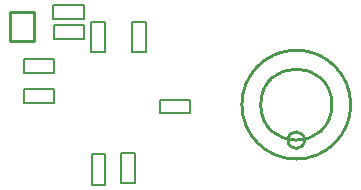
<source format=gbo>
G04 Layer_Color=32896*
%FSLAX24Y24*%
%MOIN*%
G70*
G01*
G75*
%ADD37C,0.0100*%
%ADD54C,0.0050*%
%ADD59C,0.0090*%
D37*
X18585Y4450D02*
G03*
X18585Y4450I-1815J0D01*
G01*
X17955D02*
G03*
X17955Y4450I-1185J0D01*
G01*
X17046Y3265D02*
G03*
X17046Y3265I-276J0D01*
G01*
D54*
X11290Y6200D02*
Y7210D01*
X11750D01*
X11290Y6200D02*
X11750D01*
Y7210D01*
X9940Y6200D02*
Y7210D01*
X10400D01*
X9940Y6200D02*
X10400D01*
Y7210D01*
X7700Y4500D02*
X8710D01*
X7700D02*
Y4960D01*
X8710Y4500D02*
Y4960D01*
X7700D02*
X8710D01*
X12230Y4620D02*
X13240D01*
Y4160D02*
Y4620D01*
X12230Y4160D02*
Y4620D01*
Y4160D02*
X13240D01*
X10410Y1780D02*
Y2790D01*
X9950Y1780D02*
X10410D01*
X9950Y2790D02*
X10410D01*
X9950Y1780D02*
Y2790D01*
X11400Y1840D02*
Y2850D01*
X10940Y1840D02*
X11400D01*
X10940Y2850D02*
X11400D01*
X10940Y1840D02*
Y2850D01*
X8700Y5510D02*
Y5970D01*
X7690Y5510D02*
X8700D01*
X7690Y5970D02*
X8700D01*
X7690Y5510D02*
Y5970D01*
X9690Y6630D02*
Y7090D01*
X8680Y6630D02*
X9690D01*
X8680Y7090D02*
X9690D01*
X8680Y6630D02*
Y7090D01*
X9680Y7320D02*
Y7780D01*
X8670Y7320D02*
X9680D01*
X8670Y7780D02*
X9680D01*
X8670Y7320D02*
Y7780D01*
D59*
X8014Y6568D02*
Y7552D01*
X7226Y6568D02*
Y7552D01*
X8014D01*
X7226Y6568D02*
X8014D01*
M02*

</source>
